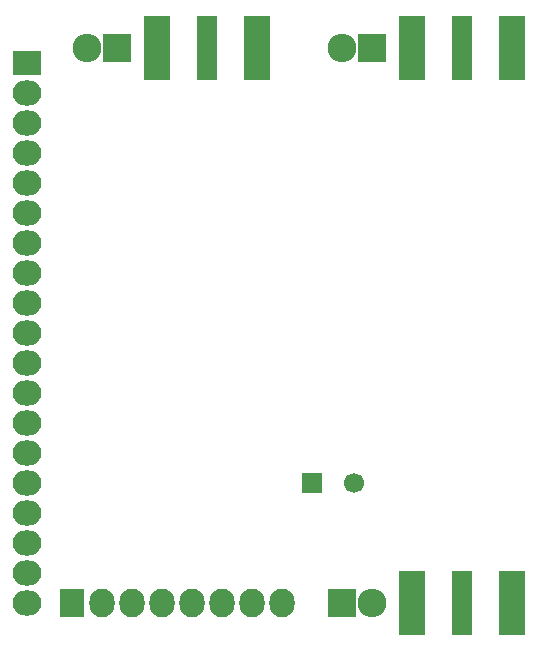
<source format=gts>
G04 #@! TF.FileFunction,Soldermask,Top*
%FSLAX46Y46*%
G04 Gerber Fmt 4.6, Leading zero omitted, Abs format (unit mm)*
G04 Created by KiCad (PCBNEW 4.0.4+e1-6308~48~ubuntu16.04.1-stable) date Fri Dec  2 11:08:50 2016*
%MOMM*%
%LPD*%
G01*
G04 APERTURE LIST*
%ADD10C,0.100000*%
%ADD11R,2.432000X2.432000*%
%ADD12O,2.432000X2.432000*%
%ADD13R,2.127200X2.432000*%
%ADD14O,2.127200X2.432000*%
%ADD15R,2.432000X2.127200*%
%ADD16O,2.432000X2.127200*%
%ADD17C,1.700000*%
%ADD18R,1.700000X1.700000*%
%ADD19R,2.178000X5.480000*%
%ADD20R,1.670000X5.480000*%
G04 APERTURE END LIST*
D10*
D11*
X90170000Y-87630000D03*
D12*
X87630000Y-87630000D03*
D11*
X68580000Y-87630000D03*
D12*
X66040000Y-87630000D03*
D13*
X64770000Y-134620000D03*
D14*
X67310000Y-134620000D03*
X69850000Y-134620000D03*
X72390000Y-134620000D03*
X74930000Y-134620000D03*
X77470000Y-134620000D03*
X80010000Y-134620000D03*
X82550000Y-134620000D03*
D11*
X87630000Y-134620000D03*
D12*
X90170000Y-134620000D03*
D15*
X60960000Y-88900000D03*
D16*
X60960000Y-91440000D03*
X60960000Y-93980000D03*
X60960000Y-96520000D03*
X60960000Y-99060000D03*
X60960000Y-101600000D03*
X60960000Y-104140000D03*
X60960000Y-106680000D03*
X60960000Y-109220000D03*
X60960000Y-111760000D03*
X60960000Y-114300000D03*
X60960000Y-116840000D03*
X60960000Y-119380000D03*
X60960000Y-121920000D03*
X60960000Y-124460000D03*
X60960000Y-127000000D03*
X60960000Y-129540000D03*
X60960000Y-132080000D03*
X60960000Y-134620000D03*
D17*
X88590000Y-124460000D03*
D18*
X85090000Y-124460000D03*
D19*
X80454500Y-87630000D03*
X71945500Y-87630000D03*
D20*
X76200000Y-87630000D03*
D19*
X102044500Y-87630000D03*
X93535500Y-87630000D03*
D20*
X97790000Y-87630000D03*
D19*
X93535500Y-134620000D03*
X102044500Y-134620000D03*
D20*
X97790000Y-134620000D03*
M02*

</source>
